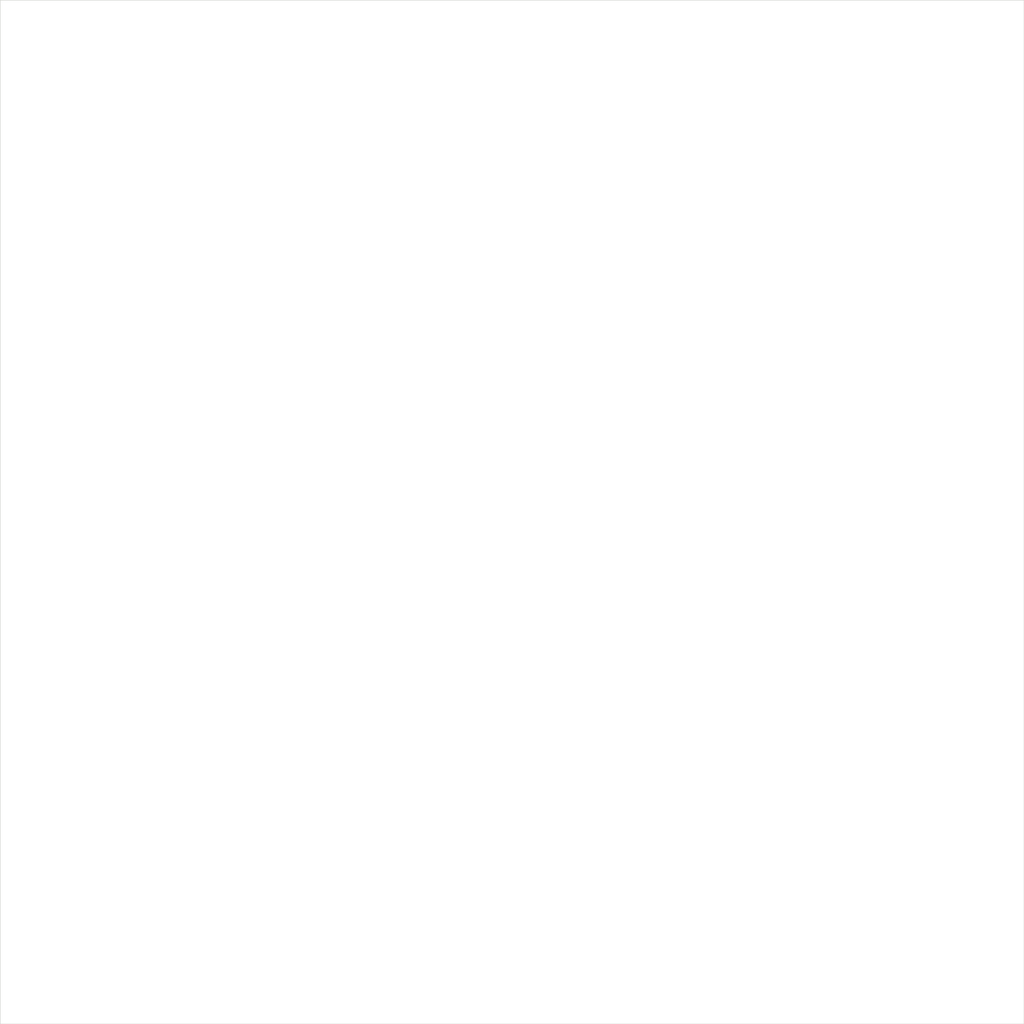
<source format=kicad_pcb>
(kicad_pcb
	(version 20241229)
	(generator "pcbnew")
	(generator_version "9.0")
	(general
		(thickness 1.6)
		(legacy_teardrops no)
	)
	(paper "A")
	(layers
		(0 "F.Cu" signal)
		(2 "B.Cu" signal)
		(9 "F.Adhes" user "F.Adhesive")
		(11 "B.Adhes" user "B.Adhesive")
		(13 "F.Paste" user)
		(15 "B.Paste" user)
		(5 "F.SilkS" user "F.Silkscreen")
		(7 "B.SilkS" user "B.Silkscreen")
		(1 "F.Mask" user)
		(3 "B.Mask" user)
		(17 "Dwgs.User" user "User.Drawings")
		(19 "Cmts.User" user "User.Comments")
		(21 "Eco1.User" user "User.Eco1")
		(23 "Eco2.User" user "User.Eco2")
		(25 "Edge.Cuts" user)
		(27 "Margin" user)
		(31 "F.CrtYd" user "F.Courtyard")
		(29 "B.CrtYd" user "B.Courtyard")
		(35 "F.Fab" user)
		(33 "B.Fab" user)
		(39 "User.1" user)
		(41 "User.2" user)
		(43 "User.3" user)
		(45 "User.4" user)
	)
	(setup
		(pad_to_mask_clearance 0)
		(allow_soldermask_bridges_in_footprints no)
		(tenting front back)
		(pcbplotparams
			(layerselection 0x00000000_00000000_55555555_5755f5ff)
			(plot_on_all_layers_selection 0x00000000_00000000_00000000_00000000)
			(disableapertmacros no)
			(usegerberextensions no)
			(usegerberattributes yes)
			(usegerberadvancedattributes yes)
			(creategerberjobfile yes)
			(dashed_line_dash_ratio 12.000000)
			(dashed_line_gap_ratio 3.000000)
			(svgprecision 4)
			(plotframeref no)
			(mode 1)
			(useauxorigin no)
			(hpglpennumber 1)
			(hpglpenspeed 20)
			(hpglpendiameter 15.000000)
			(pdf_front_fp_property_popups yes)
			(pdf_back_fp_property_popups yes)
			(pdf_metadata yes)
			(pdf_single_document no)
			(dxfpolygonmode yes)
			(dxfimperialunits yes)
			(dxfusepcbnewfont yes)
			(psnegative no)
			(psa4output no)
			(plot_black_and_white yes)
			(plotinvisibletext no)
			(sketchpadsonfab no)
			(plotpadnumbers no)
			(hidednponfab no)
			(sketchdnponfab yes)
			(crossoutdnponfab yes)
			(subtractmaskfromsilk no)
			(outputformat 1)
			(mirror no)
			(drillshape 1)
			(scaleselection 1)
			(outputdirectory "")
		)
	)
	(net 0 "")
	(gr_line
		(start 87.63 53.34)
		(end 186.69 53.34)
		(stroke
			(width 0.05)
			(type default)
		)
		(layer "Edge.Cuts")
		(uuid "07b604e3-8fb3-4cd4-91d6-cc56857e155c")
	)
	(gr_line
		(start 186.69 53.34)
		(end 186.69 152.4)
		(stroke
			(width 0.05)
			(type default)
		)
		(layer "Edge.Cuts")
		(uuid "1b2556c0-d97e-43a7-b572-b875d0f69230")
	)
	(gr_line
		(start 87.63 152.4)
		(end 186.69 152.4)
		(stroke
			(width 0.05)
			(type default)
		)
		(layer "Edge.Cuts")
		(uuid "2d7b3a68-9cf2-4366-a9fe-4ad597a3e8c3")
	)
	(gr_line
		(start 87.63 53.34)
		(end 87.63 152.4)
		(stroke
			(width 0.05)
			(type default)
		)
		(layer "Edge.Cuts")
		(uuid "a5b87d97-c432-4d6f-aad4-4e1eac50ef62")
	)
	(embedded_fonts no)
	(embedded_files
		(file
			(name "blank.kicad_wks")
			(type worksheet)
			(data |KLUv/WD1A2UJAPJOLBlg1wMPitQFlMnbEWmLAhOFVOJDyoZg0rICgUC4u+b9tRnWHPrXimRkmGhR
				8luW5UFjAL5aB7KMfG3loOPP+peXz5CRn9QyZyqN/LOr5sdNbe/qlvmJHz9+n3+d46Zmfaadsv92
				qexDD/UHudLHJ6W80xMhYfEY+oZiXelEyAJyb/R+1j8AQCBU1vd9BeIU5/Zp08pUOXb707v2QxwQ
				QiO+yNXS630NQCBcCVOayVBpCDMgcGQE0dUBziQvelSYNQU5sVW5ioj6HM1spnBgIKLdeSoPelbY
				m2Pxg3hzcQdjez9lYm4R6x1/4fHZdutzpEFEoPmqTygFAHULXACHC3AdHeaHFAsjyM8uPSLZgqxc
				TGSgk7gxXaBAW2tuC7faGxOPuLvCRlY4AQ==|
			)
			(checksum "DB777337D500B7A92461AC6DEBBE8D20")
		)
	)
)

</source>
